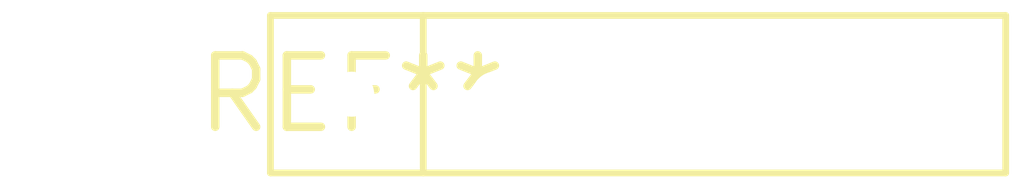
<source format=kicad_pcb>
(kicad_pcb (version 20240108) (generator pcbnew)
  (layers (0 "F.Cu" signal) (31 "B.Cu" signal) (34 "B.Paste" user) (35 "F.Paste" user) (36 "B.SilkS" user "B.Silkscreen") (37 "F.SilkS" user "F.Silkscreen") (38 "B.Mask" user) (39 "F.Mask" user) (44 "Edge.Cuts" user))
  (net 0 "")
  (footprint "R_Array_SIP5" (layer "F.Cu") (at 0 0)
    (property "Reference" "REF**")
    (property "Value" "R_Array_SIP5")
    (fp_line (start -1.44 -1.4) (end -1.44 1.4) (layer "F.SilkS") (stroke (width 0.12)))
    (fp_line (start -1.44 1.4) (end 11.6 1.4) (layer "F.SilkS") (stroke (width 0.12)))
    (fp_line (start 1.27 -1.4) (end 1.27 1.4) (layer "F.SilkS") (stroke (width 0.12)))
    (fp_line (start 11.6 -1.4) (end -1.44 -1.4) (layer "F.SilkS") (stroke (width 0.12)))
    (fp_line (start 11.6 1.4) (end 11.6 -1.4) (layer "F.SilkS") (stroke (width 0.12)))
    (pad "1" thru_hole rect (at 0 0) (size 1.6 1.6) (drill 0.8) (layers *.Cu *.Mask) (remove_unused_layers))
    (pad "2" thru_hole oval (at 2.54 0) (size 1.6 1.6) (drill 0.8) (layers *.Cu *.Mask) (remove_unused_layers))
    (pad "3" thru_hole oval (at 5.08 0) (size 1.6 1.6) (drill 0.8) (layers *.Cu *.Mask) (remove_unused_layers))
    (pad "4" thru_hole oval (at 7.62 0) (size 1.6 1.6) (drill 0.8) (layers *.Cu *.Mask) (remove_unused_layers))
    (pad "5" thru_hole oval (at 10.16 0) (size 1.6 1.6) (drill 0.8) (layers *.Cu *.Mask) (remove_unused_layers))
  )
)
</source>
